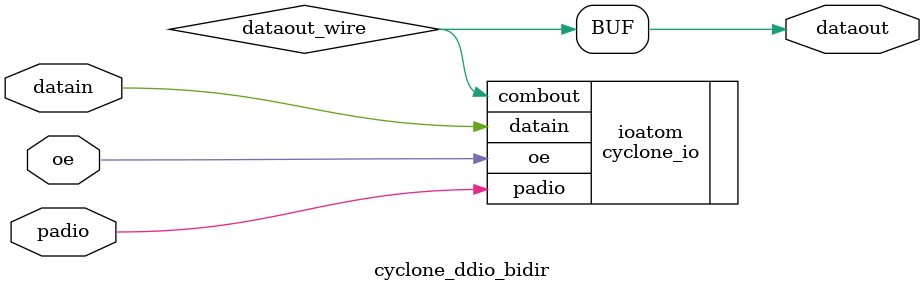
<source format=v>
	module cyclone_ddio_bidir(padio, dataout, oe, datain);

	input 	datain;
	input 	oe;
	output	dataout;
	inout 	padio;

	
	// These two params should stay here (do not copy their values down)
	// so that the megafunction can pass down a single value rather than 
	// 2 separate ones for the reset and power up params
	parameter operation_mode = "bidir";

	parameter extend_oe_disable = "false";

	wire dataout_wire;


	assign dataout = dataout_wire;

	
	cyclone_io ioatom (
				.datain(datain),
				.oe(oe),
				.combout(dataout_wire),
				.padio(padio)
	);
   	defparam
   			ioatom.operation_mode 		= operation_mode,
			ioatom.extend_oe_disable 	= extend_oe_disable;

endmodule 


</source>
